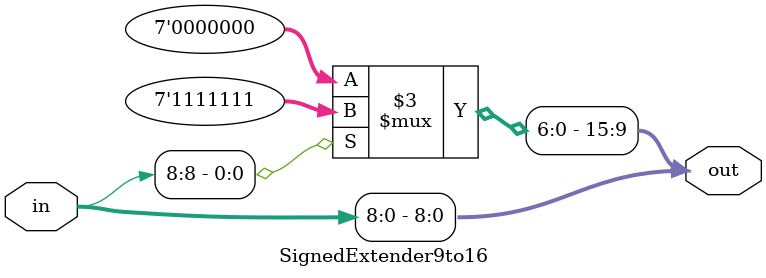
<source format=v>
`timescale 1ns / 1ps


module SignedExtender9to16(
    input [8:0] in,
    output reg [15:0] out
    );

    always @(*) begin
        out[8:0] = in[8:0];
        if(in[8])
            out[15:9] = 17'b1111111;
        else
            out[15:9] = 0;
    end
endmodule

</source>
